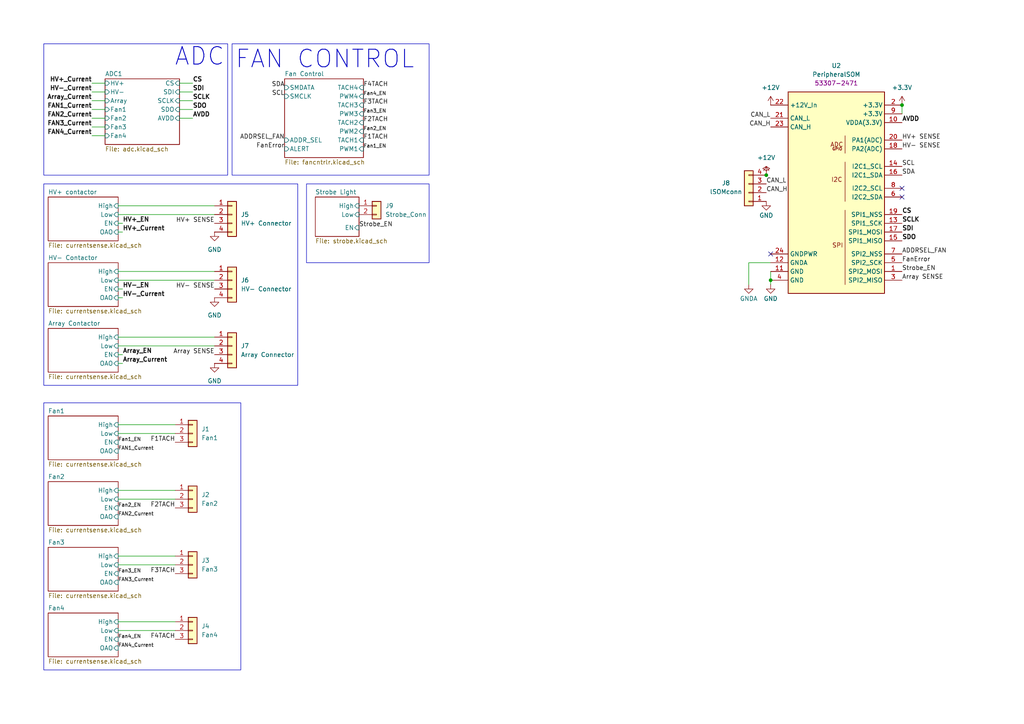
<source format=kicad_sch>
(kicad_sch (version 20231120) (generator "eeschema") (generator_version "8.0")
  (paper "A4")
  (lib_symbols
    (symbol "Connector_Generic:Conn_01x02" (pin_names (offset 1.016) hide)
      (property "Reference" "J" (at 0 2.54 0))
      (property "Value" "Conn_01x02" (at 0 -5.08 0))
      (symbol "Conn_01x02_1_1"
        (rectangle (start -1.27 -2.413) (end 0 -2.667) (stroke (width 0.1524)))
        (rectangle (start -1.27 0.127) (end 0 -0.127) (stroke (width 0.1524)))
        (rectangle (start -1.27 1.27) (end 1.27 -3.81) (stroke (width 0.254)) (fill (type background)))
        (pin passive line (at -5.08 0 0) (length 3.81) (name "Pin_1") (number "1"))
        (pin passive line (at -5.08 -2.54 0) (length 3.81) (name "Pin_2") (number "2"))
      )
    )
    (symbol "Connector_Generic:Conn_01x03" (pin_names (offset 1.016) hide)
      (property "Reference" "J" (at 0 5.08 0))
      (property "Value" "Conn_01x03" (at 0 -5.08 0))
      (symbol "Conn_01x03_1_1"
        (rectangle (start -1.27 -2.413) (end 0 -2.667) (stroke (width 0.1524)))
        (rectangle (start -1.27 0.127) (end 0 -0.127) (stroke (width 0.1524)))
        (rectangle (start -1.27 2.667) (end 0 2.413) (stroke (width 0.1524)))
        (rectangle (start -1.27 3.81) (end 1.27 -3.81) (stroke (width 0.254)) (fill (type background)))
        (pin passive line (at -5.08 2.54 0) (length 3.81) (name "Pin_1") (number "1"))
        (pin passive line (at -5.08 0 0) (length 3.81) (name "Pin_2") (number "2"))
        (pin passive line (at -5.08 -2.54 0) (length 3.81) (name "Pin_3") (number "3"))
      )
    )
    (symbol "Connector_Generic:Conn_01x04" (pin_names (offset 1.016) hide)
      (property "Reference" "J" (at 0 5.08 0))
      (property "Value" "Conn_01x04" (at 0 -7.62 0))
      (symbol "Conn_01x04_1_1"
        (rectangle (start -1.27 -4.953) (end 0 -5.207) (stroke (width 0.1524)))
        (rectangle (start -1.27 -2.413) (end 0 -2.667) (stroke (width 0.1524)))
        (rectangle (start -1.27 0.127) (end 0 -0.127) (stroke (width 0.1524)))
        (rectangle (start -1.27 2.667) (end 0 2.413) (stroke (width 0.1524)))
        (rectangle (start -1.27 3.81) (end 1.27 -6.35) (stroke (width 0.254)) (fill (type background)))
        (pin passive line (at -5.08 2.54 0) (length 3.81) (name "Pin_1") (number "1"))
        (pin passive line (at -5.08 0 0) (length 3.81) (name "Pin_2") (number "2"))
        (pin passive line (at -5.08 -2.54 0) (length 3.81) (name "Pin_3") (number "3"))
        (pin passive line (at -5.08 -5.08 0) (length 3.81) (name "Pin_4") (number "4"))
      )
    )
    (symbol "power:+12V" (power) (pin_numbers hide) (pin_names (offset 0) hide)
      (property "Value" "+12V" (at 0 3.556 0))
      (symbol "+12V_0_1"
        (polyline (pts (xy -0.762 1.27) (xy 0 2.54)))
        (polyline (pts (xy 0 0) (xy 0 2.54)))
        (polyline (pts (xy 0 2.54) (xy 0.762 1.27)))
      )
      (symbol "+12V_1_1"
        (pin power_in line (at 0 0 90) (length 0) (name "~") (number "1"))
      )
    )
    (symbol "power:+3.3V" (power) (pin_numbers hide) (pin_names (offset 0) hide)
      (property "Value" "+3.3V" (at 0 3.556 0))
      (symbol "+3.3V_0_1"
        (polyline (pts (xy -0.762 1.27) (xy 0 2.54)))
        (polyline (pts (xy 0 0) (xy 0 2.54)))
        (polyline (pts (xy 0 2.54) (xy 0.762 1.27)))
      )
      (symbol "+3.3V_1_1"
        (pin power_in line (at 0 0 90) (length 0) (name "~") (number "1"))
      )
    )
    (symbol "power:GND" (power) (pin_numbers hide) (pin_names (offset 0) hide)
      (property "Value" "GND" (at 0 -3.81 0))
      (symbol "GND_0_1"
        (polyline (pts (xy 0 0) (xy 0 -1.27) (xy 1.27 -1.27) (xy 0 -2.54) (xy -1.27 -1.27) (xy 0 -1.27)))
      )
      (symbol "GND_1_1"
        (pin power_in line (at 0 0 270) (length 0) (name "~") (number "1"))
      )
    )
    (symbol "power:GNDA" (power) (pin_numbers hide) (pin_names (offset 0) hide)
      (property "Value" "GNDA" (at 0 -3.81 0))
      (symbol "GNDA_0_1"
        (polyline (pts (xy 0 0) (xy 0 -1.27) (xy 1.27 -1.27) (xy 0 -2.54) (xy -1.27 -1.27) (xy 0 -1.27)))
      )
      (symbol "GNDA_1_1"
        (pin power_in line (at 0 0 270) (length 0) (name "~") (number "1"))
      )
    )
    (symbol "power:PWR_FLAG" (power) (pin_numbers hide) (pin_names (offset 0) hide)
      (property "Value" "PWR_FLAG" (at 0 3.81 0))
      (symbol "PWR_FLAG_0_0"
        (pin power_out line (at 0 0 90) (length 0) (name "~") (number "1"))
      )
      (symbol "PWR_FLAG_0_1"
        (polyline (pts (xy 0 0) (xy 0 1.27) (xy -1.016 1.905) (xy 0 2.54) (xy 1.016 1.905) (xy 0 1.27)))
      )
    )
    (symbol "utsvt-misc:PeripheralSOM"
      (property "Reference" "U" (at -13.716 30.48 0))
      (property "Value" "PeripheralSOM" (at 7.112 30.48 0))
      (property "P/N" "53307-2471" (at 0 0 0))
      (symbol "PeripheralSOM_1_1"
        (rectangle (start -13.97 29.21) (end 13.97 -29.21) (stroke (width 0.254)) (fill (type background)))
        (polyline (pts (xy 2.54 -5.08) (xy 2.54 -26.67)))
        (polyline (pts (xy 2.54 8.89) (xy 2.54 -2.54)))
        (polyline (pts (xy 2.54 16.51) (xy 2.54 11.43)))
        (text "ADC" (at 2.032 13.97 0) (effects (font (size 1.27 1.27)) (justify right)))
        (text "GPIO" (at 1.778 12.7 0) (effects (font (size 0.8 0.8)) (justify right)))
        (text "I2C" (at 1.778 3.81 0) (effects (font (size 1.27 1.27)) (justify right)))
        (text "SPI" (at 2.032 -15.24 0) (effects (font (size 1.27 1.27)) (justify right)))
        (pin passive line (at 19.05 -22.86 180) (length 5.08) (name "SPI2_MOSI") (number "1"))
        (pin passive line (at 19.05 20.32 180) (length 5.08) (name "VDDA(3.3V)") (number "10"))
        (pin output line (at -19.05 -22.86 0) (length 5.08) (name "GND") (number "11"))
        (pin output line (at -19.05 -20.32 0) (length 5.08) (name "GNDA") (number "12"))
        (pin passive line (at 19.05 -8.89 180) (length 5.08) (name "SPI1_SCK") (number "13"))
        (pin passive line (at 19.05 7.62 180) (length 5.08) (name "I2C1_SCL") (number "14"))
        (pin passive line (at 19.05 -13.97 180) (length 5.08) (name "SPI1_MISO") (number "15"))
        (pin passive line (at 19.05 5.08 180) (length 5.08) (name "I2C1_SDA") (number "16"))
        (pin passive line (at 19.05 -11.43 180) (length 5.08) (name "SPI1_MOSI") (number "17"))
        (pin passive line (at 19.05 12.7 180) (length 5.08) (name "PA2(ADC)") (number "18"))
        (pin passive line (at 19.05 -6.35 180) (length 5.08) (name "SPI1_NSS") (number "19"))
        (pin passive line (at 19.05 25.4 180) (length 5.08) (name "+3.3V") (number "2"))
        (pin passive line (at 19.05 15.24 180) (length 5.08) (name "PA1(ADC)") (number "20"))
        (pin passive line (at -19.05 21.59 0) (length 5.08) (name "CAN_L") (number "21"))
        (pin input line (at -19.05 25.4 0) (length 5.08) (name "+12V_In") (number "22"))
        (pin passive line (at -19.05 19.05 0) (length 5.08) (name "CAN_H") (number "23"))
        (pin passive line (at -19.05 -17.78 0) (length 5.08) (name "GNDPWR") (number "24"))
        (pin passive line (at 19.05 -25.4 180) (length 5.08) (name "SPI2_MISO") (number "3"))
        (pin output line (at -19.05 -25.4 0) (length 5.08) (name "GND") (number "4"))
        (pin passive line (at 19.05 -20.32 180) (length 5.08) (name "SPI2_SCK") (number "5"))
        (pin passive line (at 19.05 -1.27 180) (length 5.08) (name "I2C2_SDA") (number "6"))
        (pin passive line (at 19.05 -17.78 180) (length 5.08) (name "SPI2_NSS") (number "7"))
        (pin passive line (at 19.05 1.27 180) (length 5.08) (name "I2C2_SCL") (number "8"))
        (pin output line (at 19.05 22.86 180) (length 5.08) (name "+3.3V") (number "9"))
      )
    )
  )
  (junction (at 261.62 30.48))
  (junction (at 223.52 81.28))
  (junction (at 222.25 50.8))
  (no_connect (at 223.52 73.66))
  (no_connect (at 261.62 57.15))
  (no_connect (at 261.62 54.61))
  (wire (pts (xy 55.88 29.21) (xy 52.07 29.21)))
  (wire (pts (xy 34.29 161.29) (xy 50.8 161.29)))
  (wire (pts (xy 217.17 82.55) (xy 217.17 76.2)))
  (wire (pts (xy 26.67 29.21) (xy 30.48 29.21)))
  (wire (pts (xy 55.88 31.75) (xy 52.07 31.75)))
  (wire (pts (xy 34.29 62.23) (xy 62.23 62.23)))
  (wire (pts (xy 34.29 182.88) (xy 50.8 182.88)))
  (wire (pts (xy 26.67 31.75) (xy 30.48 31.75)))
  (wire (pts (xy 34.29 78.74) (xy 62.23 78.74)))
  (wire (pts (xy 34.29 100.33) (xy 62.23 100.33)))
  (wire (pts (xy 26.67 36.83) (xy 30.48 36.83)))
  (wire (pts (xy 35.56 102.87) (xy 34.29 102.87)))
  (wire (pts (xy 34.29 142.24) (xy 50.8 142.24)))
  (wire (pts (xy 34.29 125.73) (xy 50.8 125.73)))
  (wire (pts (xy 35.56 105.41) (xy 34.29 105.41)))
  (wire (pts (xy 26.67 34.29) (xy 30.48 34.29)))
  (wire (pts (xy 26.67 24.13) (xy 30.48 24.13)))
  (wire (pts (xy 35.56 67.31) (xy 34.29 67.31)))
  (wire (pts (xy 223.52 82.55) (xy 223.52 81.28)))
  (wire (pts (xy 34.29 163.83) (xy 50.8 163.83)))
  (wire (pts (xy 26.67 39.37) (xy 30.48 39.37)))
  (wire (pts (xy 55.88 34.29) (xy 52.07 34.29)))
  (wire (pts (xy 35.56 64.77) (xy 34.29 64.77)))
  (wire (pts (xy 35.56 86.36) (xy 34.29 86.36)))
  (wire (pts (xy 34.29 59.69) (xy 62.23 59.69)))
  (wire (pts (xy 55.88 26.67) (xy 52.07 26.67)))
  (wire (pts (xy 223.52 78.74) (xy 223.52 81.28)))
  (wire (pts (xy 26.67 26.67) (xy 30.48 26.67)))
  (wire (pts (xy 217.17 76.2) (xy 223.52 76.2)))
  (wire (pts (xy 55.88 24.13) (xy 52.07 24.13)))
  (wire (pts (xy 261.62 30.48) (xy 261.62 33.02)))
  (wire (pts (xy 34.29 180.34) (xy 50.8 180.34)))
  (wire (pts (xy 34.29 123.19) (xy 50.8 123.19)))
  (wire (pts (xy 34.29 97.79) (xy 62.23 97.79)))
  (wire (pts (xy 34.29 81.28) (xy 62.23 81.28)))
  (wire (pts (xy 35.56 83.82) (xy 34.29 83.82)))
  (wire (pts (xy 34.29 144.78) (xy 50.8 144.78)))
  (rectangle (start 67.31 12.7) (end 124.46 50.8))
  (rectangle (start 12.7 53.34) (end 86.36 111.76))
  (rectangle (start 12.7 12.7) (end 66.04 50.8))
  (rectangle (start 12.7 116.84) (end 69.85 194.31))
  (rectangle (start 88.9 53.34) (end 124.46 76.2))
  (text "FAN CONTROL\n" (at 94.234 17.272 0) (effects (font (size 5.08 5.08) (thickness 0.254) (bold yes))))
  (text "ADC\n" (at 57.912 16.51 0) (effects (font (size 5.08 5.08) (thickness 0.254) (bold yes))))
  (label "SDO" (at 261.62 69.85 0) (effects (font (thickness 0.254) (bold yes))))
  (label "CS" (at 55.88 24.13 0) (effects (font (thickness 0.254) (bold yes))))
  (label "SDA" (at 261.62 50.8 0))
  (label "F2TACH" (at 105.41 35.56 0))
  (label "CAN_L" (at 223.52 34.29 180))
  (label "HV+_Current" (at 26.67 24.13 180) (effects (font (thickness 0.254) (bold yes))))
  (label "Fan2_EN" (at 34.29 147.32 0) (effects (font (size 1.016 1.016) (thickness 0.1588))))
  (label "ADDRSEL_FAN" (at 82.55 40.64 180))
  (label "FAN3_Current" (at 26.67 36.83 180) (effects (font (thickness 0.254) (bold yes))))
  (label "Fan1_EN" (at 105.41 43.18 0) (effects (font (size 1.016 1.016) (thickness 0.1588))))
  (label "Fan4_EN" (at 34.29 185.42 0) (effects (font (size 1.016 1.016) (thickness 0.1588))))
  (label "Fan3_EN" (at 105.41 33.02 0) (effects (font (size 1.016 1.016) (thickness 0.1588))))
  (label "Array_Current" (at 26.67 29.21 180) (effects (font (thickness 0.254) (bold yes))))
  (label "FAN3_Current" (at 34.29 168.91 0) (effects (font (size 1.016 1.016) (thickness 0.1588))))
  (label "F4TACH" (at 105.41 25.4 0))
  (label "FAN4_Current" (at 26.67 39.37 180) (effects (font (thickness 0.254) (bold yes))))
  (label "F2TACH" (at 50.8 147.32 180))
  (label "CAN_L" (at 222.25 53.34 0))
  (label "SCL" (at 82.55 27.94 180))
  (label "Fan2_EN" (at 105.41 38.1 0) (effects (font (size 1.016 1.016) (thickness 0.1588))))
  (label "AVDD" (at 55.88 34.29 0) (effects (font (thickness 0.254) (bold yes))))
  (label "HV- SENSE" (at 62.23 83.82 180))
  (label "HV-_EN" (at 35.56 83.82 0) (effects (font (thickness 0.254) (bold yes))))
  (label "FAN2_Current" (at 26.67 34.29 180) (effects (font (thickness 0.254) (bold yes))))
  (label "SDI" (at 261.62 67.31 0) (effects (font (thickness 0.254) (bold yes))))
  (label "Array_Current" (at 35.56 105.41 0) (effects (font (thickness 0.254) (bold yes))))
  (label "CS" (at 261.62 62.23 0) (effects (font (thickness 0.254) (bold yes))))
  (label "FAN1_Current" (at 34.29 130.81 0) (effects (font (size 1.016 1.016) (thickness 0.1588))))
  (label "FAN4_Current" (at 34.29 187.96 0) (effects (font (size 1.016 1.016) (thickness 0.1588))))
  (label "Array SENSE" (at 261.62 81.28 0))
  (label "CAN_H" (at 223.52 36.83 180))
  (label "FanError" (at 82.55 43.18 180))
  (label "HV+_EN" (at 35.56 64.77 0) (effects (font (thickness 0.254) (bold yes))))
  (label "HV-_Current" (at 26.67 26.67 180) (effects (font (thickness 0.254) (bold yes))))
  (label "FAN1_Current" (at 26.67 31.75 180) (effects (font (thickness 0.254) (bold yes))))
  (label "F3TACH" (at 50.8 166.37 180))
  (label "HV- SENSE" (at 261.62 43.18 0))
  (label "SDO" (at 55.88 31.75 0) (effects (font (thickness 0.254) (bold yes))))
  (label "Strobe_EN" (at 104.14 66.04 0))
  (label "Array SENSE" (at 62.23 102.87 180))
  (label "HV-_Current" (at 35.56 86.36 0) (effects (font (thickness 0.254) (bold yes))))
  (label "ADDRSEL_FAN" (at 261.62 73.66 0))
  (label "Fan3_EN" (at 34.29 166.37 0) (effects (font (size 1.016 1.016) (thickness 0.1588))))
  (label "FanError" (at 261.62 76.2 0))
  (label "Strobe_EN" (at 261.62 78.74 0))
  (label "F1TACH" (at 50.8 128.27 180))
  (label "Fan4_EN" (at 105.41 27.94 0) (effects (font (size 1.016 1.016) (thickness 0.1588))))
  (label "F1TACH" (at 105.41 40.64 0))
  (label "SCL" (at 261.62 48.26 0))
  (label "HV+_Current" (at 35.56 67.31 0) (effects (font (thickness 0.254) (bold yes))))
  (label "Array_EN" (at 35.56 102.87 0) (effects (font (thickness 0.254) (bold yes))))
  (label "AVDD" (at 261.62 35.56 0) (effects (font (thickness 0.254) (bold yes))))
  (label "HV+ SENSE" (at 62.23 64.77 180))
  (label "FAN2_Current" (at 34.29 149.86 0) (effects (font (size 1.016 1.016) (thickness 0.1588))))
  (label "HV+ SENSE" (at 261.62 40.64 0))
  (label "SCLK" (at 261.62 64.77 0) (effects (font (thickness 0.254) (bold yes))))
  (label "CAN_H" (at 222.25 55.88 0))
  (label "Fan1_EN" (at 34.29 128.27 0) (effects (font (size 1.016 1.016) (thickness 0.1588))))
  (label "F4TACH" (at 50.8 185.42 180))
  (label "SDI" (at 55.88 26.67 0) (effects (font (thickness 0.254) (bold yes))))
  (label "SDA" (at 82.55 25.4 180))
  (label "F3TACH" (at 105.41 30.48 0))
  (label "SCLK" (at 55.88 29.21 0) (effects (font (thickness 0.254) (bold yes))))
  (symbol (lib_id "power:GND") (at 62.23 105.41 0) (unit 1)
    (property "Reference" "#PWR03" (effects (hide yes)))
    (property "Value" "GND" (at 62.23 110.49 0))
    (property "Description" "Power symbol creates a global label with name \"GND\" , ground" (effects (hide yes)))
  )
  (symbol (lib_id "Connector_Generic:Conn_01x04") (at 67.31 81.28 0) (unit 1)
    (property "Reference" "J6" (at 69.85 81.2799 0) (effects (justify left)))
    (property "Value" "HV- Connector" (at 69.85 83.8199 0) (effects (justify left)))
    (property "Footprint" "Connector_Molex:Molex_Micro-Fit_3.0_43650-0415_1x04_P3.00mm_Vertical" (effects (hide yes)))
    (property "Description" "Generic connector, single row, 01x04, script generated (kicad-library-utils/schlib/autogen/connector/)" (effects (hide yes)))
  )
  (symbol (lib_id "Connector_Generic:Conn_01x03") (at 55.88 125.73 0) (unit 1)
    (property "Reference" "J1" (at 58.42 124.4599 0) (effects (justify left)))
    (property "Value" "Fan1" (at 58.42 126.9999 0) (effects (justify left)))
    (property "Footprint" "Connector_Molex:Molex_Micro-Fit_3.0_43650-0315_1x03_P3.00mm_Vertical" (effects (hide yes)))
    (property "Description" "Generic connector, single row, 01x03, script generated (kicad-library-utils/schlib/autogen/connector/)" (effects (hide yes)))
  )
  (symbol (lib_id "power:GND") (at 62.23 86.36 0) (unit 1)
    (property "Reference" "#PWR02" (effects (hide yes)))
    (property "Value" "GND" (at 62.23 91.44 0))
    (property "Description" "Power symbol creates a global label with name \"GND\" , ground" (effects (hide yes)))
  )
  (symbol (lib_id "Connector_Generic:Conn_01x02") (at 109.22 59.69 0) (unit 1)
    (property "Reference" "J9" (at 111.76 59.6899 0) (effects (justify left)))
    (property "Value" "Strobe_Conn" (at 111.76 62.2299 0) (effects (justify left)))
    (property "Footprint" "Connector_Molex:Molex_Micro-Fit_3.0_43650-0215_1x02_P3.00mm_Vertical" (effects (hide yes)))
    (property "Description" "Generic connector, single row, 01x02, script generated (kicad-library-utils/schlib/autogen/connector/)" (effects (hide yes)))
  )
  (symbol (lib_id "power:GNDA") (at 217.17 82.55 0) (unit 1)
    (property "Reference" "#PWR05" (effects (hide yes)))
    (property "Value" "GNDA" (at 217.17 86.614 0))
    (property "Description" "Power symbol creates a global label with name \"GNDA\" , analog ground" (effects (hide yes)))
  )
  (symbol (lib_id "Connector_Generic:Conn_01x04") (at 67.31 62.23 0) (unit 1)
    (property "Reference" "J5" (at 69.85 62.2299 0) (effects (justify left)))
    (property "Value" "HV+ Connector" (at 69.85 64.7699 0) (effects (justify left)))
    (property "Footprint" "Connector_Molex:Molex_Micro-Fit_3.0_43650-0415_1x04_P3.00mm_Vertical" (effects (hide yes)))
    (property "Description" "Generic connector, single row, 01x04, script generated (kicad-library-utils/schlib/autogen/connector/)" (effects (hide yes)))
  )
  (symbol (lib_id "power:+3.3V") (at 261.62 30.48 0) (unit 1)
    (property "Reference" "#PWR010" (effects (hide yes)))
    (property "Value" "+3.3V" (at 261.62 25.4 0))
    (property "Description" "Power symbol creates a global label with name \"+3.3V\"" (effects (hide yes)))
  )
  (symbol (lib_id "Connector_Generic:Conn_01x04") (at 67.31 100.33 0) (unit 1)
    (property "Reference" "J7" (at 69.85 100.3299 0) (effects (justify left)))
    (property "Value" "Array Connector" (at 69.85 102.8699 0) (effects (justify left)))
    (property "Footprint" "Connector_Molex:Molex_Micro-Fit_3.0_43650-0415_1x04_P3.00mm_Vertical" (effects (hide yes)))
    (property "Description" "Generic connector, single row, 01x04, script generated (kicad-library-utils/schlib/autogen/connector/)" (effects (hide yes)))
  )
  (symbol (lib_id "power:GND") (at 223.52 82.55 0) (unit 1)
    (property "Reference" "#PWR09" (effects (hide yes)))
    (property "Value" "GND" (at 223.52 86.614 0))
    (property "Description" "Power symbol creates a global label with name \"GND\" , ground" (effects (hide yes)))
  )
  (symbol (lib_id "utsvt-misc:PeripheralSOM") (at 242.57 55.88 0) (unit 1)
    (property "Reference" "U2" (at 242.57 19.05 0))
    (property "Value" "PeripheralSOM" (at 242.57 21.59 0))
    (property "Footprint" "UTSVT_Special:PeripheralSOM" (effects (hide yes)))
    (property "Datasheet" "https://tools.molex.com/pdm_docs/sd/533072071_sd.pdf" (effects (hide yes)))
    (property "P/N" "53307-2471" (at 242.57 24.13 0))
    (property "Height" "3.85" (effects (hide yes)))
  )
  (symbol (lib_id "power:+12V") (at 223.52 30.48 0) (unit 1)
    (property "Reference" "#PWR08" (effects (hide yes)))
    (property "Value" "+12V" (at 223.52 25.4 0))
    (property "Description" "Power symbol creates a global label with name \"+12V\"" (effects (hide yes)))
  )
  (symbol (lib_id "power:GND") (at 62.23 67.31 0) (unit 1)
    (property "Reference" "#PWR01" (effects (hide yes)))
    (property "Value" "GND" (at 62.23 72.39 0))
    (property "Description" "Power symbol creates a global label with name \"GND\" , ground" (effects (hide yes)))
  )
  (symbol (lib_id "Connector_Generic:Conn_01x03") (at 55.88 144.78 0) (unit 1)
    (property "Reference" "J2" (at 58.42 143.5099 0) (effects (justify left)))
    (property "Value" "Fan2" (at 58.42 146.0499 0) (effects (justify left)))
    (property "Footprint" "Connector_Molex:Molex_Micro-Fit_3.0_43650-0315_1x03_P3.00mm_Vertical" (effects (hide yes)))
    (property "Description" "Generic connector, single row, 01x03, script generated (kicad-library-utils/schlib/autogen/connector/)" (effects (hide yes)))
  )
  (symbol (lib_id "Connector_Generic:Conn_01x04") (at 217.17 55.88 180) (unit 1)
    (property "Reference" "J8" (at 210.566 53.086 0))
    (property "Value" "lSOMconn" (at 210.566 55.626 0))
    (property "Footprint" "Connector_Molex:Molex_Micro-Fit_3.0_43650-0415_1x04_P3.00mm_Vertical" (effects (hide yes)))
    (property "Description" "Generic connector, single row, 01x04, script generated (kicad-library-utils/schlib/autogen/connector/)" (effects (hide yes)))
  )
  (symbol (lib_id "Connector_Generic:Conn_01x03") (at 55.88 182.88 0) (unit 1)
    (property "Reference" "J4" (at 58.42 181.6099 0) (effects (justify left)))
    (property "Value" "Fan4" (at 58.42 184.1499 0) (effects (justify left)))
    (property "Footprint" "Connector_Molex:Molex_Micro-Fit_3.0_43650-0315_1x03_P3.00mm_Vertical" (effects (hide yes)))
    (property "Description" "Generic connector, single row, 01x03, script generated (kicad-library-utils/schlib/autogen/connector/)" (effects (hide yes)))
  )
  (symbol (lib_id "power:+12V") (at 222.25 50.8 0) (unit 1)
    (property "Reference" "#PWR06" (effects (hide yes)))
    (property "Value" "+12V" (at 222.25 45.72 0))
    (property "Description" "Power symbol creates a global label with name \"+12V\"" (effects (hide yes)))
  )
  (symbol (lib_id "power:GND") (at 222.25 58.42 0) (unit 1)
    (property "Reference" "#PWR07" (effects (hide yes)))
    (property "Value" "GND" (at 222.25 62.484 0))
    (property "Description" "Power symbol creates a global label with name \"GND\" , ground" (effects (hide yes)))
  )
  (symbol (lib_id "power:PWR_FLAG") (at 222.25 50.8 0) (unit 1)
    (property "Reference" "#FLG01" (effects (hide yes)))
    (property "Value" "PWR_FLAG" (effects (hide yes)))
    (property "Description" "Special symbol for telling ERC where power comes from" (effects (hide yes)))
  )
  (symbol (lib_id "Connector_Generic:Conn_01x03") (at 55.88 163.83 0) (unit 1)
    (property "Reference" "J3" (at 58.42 162.5599 0) (effects (justify left)))
    (property "Value" "Fan3" (at 58.42 165.0999 0) (effects (justify left)))
    (property "Footprint" "Connector_Molex:Molex_Micro-Fit_3.0_43650-0315_1x03_P3.00mm_Vertical" (effects (hide yes)))
    (property "Description" "Generic connector, single row, 01x03, script generated (kicad-library-utils/schlib/autogen/connector/)" (effects (hide yes)))
  )
  (sheet (at 13.97 120.65) (size 20.32 12.7) (stroke (width 0.1524))
    (property "Sheetname" "Fan1" (at 13.97 119.9384 0) (effects (justify left bottom)))
    (property "Sheetfile" "currentsense.kicad_sch" (at 13.97 133.9346 0) (effects (justify left top)))
    (pin "EN" input (at 34.29 128.27 0))
    (pin "OAO" input (at 34.29 130.81 0))
    (pin "High" input (at 34.29 123.19 0))
    (pin "Low" input (at 34.29 125.73 0))
  )
  (sheet (at 13.97 139.7) (size 20.32 12.7) (stroke (width 0.1524))
    (property "Sheetname" "Fan2" (at 13.97 138.9884 0) (effects (justify left bottom)))
    (property "Sheetfile" "currentsense.kicad_sch" (at 13.97 152.9846 0) (effects (justify left top)))
    (pin "EN" input (at 34.29 147.32 0))
    (pin "OAO" input (at 34.29 149.86 0))
    (pin "High" input (at 34.29 142.24 0))
    (pin "Low" input (at 34.29 144.78 0))
  )
  (sheet (at 91.44 57.15) (size 12.7 11.43) (stroke (width 0.1524))
    (property "Sheetname" "Strobe Light" (at 91.44 56.4384 0) (effects (justify left bottom)))
    (property "Sheetfile" "strobe.kicad_sch" (at 91.44 69.1646 0) (effects (justify left top)))
    (pin "High" input (at 104.14 59.69 0))
    (pin "Low" input (at 104.14 62.23 0))
    (pin "EN" input (at 104.14 66.04 0))
  )
  (sheet (at 13.97 76.2) (size 20.32 12.7) (stroke (width 0.1524))
    (property "Sheetname" "HV- Contactor" (at 13.97 75.4884 0) (effects (justify left bottom)))
    (property "Sheetfile" "currentsense.kicad_sch" (at 13.97 89.4846 0) (effects (justify left top)))
    (pin "EN" input (at 34.29 83.82 0))
    (pin "OAO" input (at 34.29 86.36 0))
    (pin "High" input (at 34.29 78.74 0))
    (pin "Low" input (at 34.29 81.28 0))
  )
  (sheet (at 82.55 22.86) (size 22.86 22.86) (stroke (width 0.1524))
    (property "Sheetname" "Fan Control" (at 82.55 22.1484 0) (effects (justify left bottom)))
    (property "Sheetfile" "fancntrlr.kicad_sch" (at 82.55 46.3046 0) (effects (justify left top)))
    (pin "TACH3" input (at 105.41 30.48 0))
    (pin "PWM3" input (at 105.41 33.02 0))
    (pin "ALERT" input (at 82.55 43.18 180))
    (pin "PWM4" input (at 105.41 27.94 0))
    (pin "TACH4" input (at 105.41 25.4 0))
    (pin "TACH1" input (at 105.41 40.64 0))
    (pin "TACH2" input (at 105.41 35.56 0))
    (pin "PWM2" input (at 105.41 38.1 0))
    (pin "PWM1" input (at 105.41 43.18 0))
    (pin "SMDATA" input (at 82.55 25.4 180))
    (pin "SMCLK" input (at 82.55 27.94 180))
    (pin "ADDR_SEL" input (at 82.55 40.64 180))
  )
  (sheet (at 13.97 177.8) (size 20.32 12.7) (stroke (width 0.1524))
    (property "Sheetname" "Fan4" (at 13.97 177.0884 0) (effects (justify left bottom)))
    (property "Sheetfile" "currentsense.kicad_sch" (at 13.97 191.0846 0) (effects (justify left top)))
    (pin "EN" input (at 34.29 185.42 0))
    (pin "OAO" input (at 34.29 187.96 0))
    (pin "High" input (at 34.29 180.34 0))
    (pin "Low" input (at 34.29 182.88 0))
  )
  (sheet (at 13.97 95.25) (size 20.32 12.7) (stroke (width 0.1524))
    (property "Sheetname" "Array Contactor" (at 13.97 94.5384 0) (effects (justify left bottom)))
    (property "Sheetfile" "currentsense.kicad_sch" (at 13.97 108.5346 0) (effects (justify left top)))
    (pin "EN" input (at 34.29 102.87 0))
    (pin "OAO" input (at 34.29 105.41 0))
    (pin "High" input (at 34.29 97.79 0))
    (pin "Low" input (at 34.29 100.33 0))
  )
  (sheet (at 13.97 57.15) (size 20.32 12.7) (stroke (width 0.1524))
    (property "Sheetname" "HV+ contactor" (at 13.97 56.4384 0) (effects (justify left bottom)))
    (property "Sheetfile" "currentsense.kicad_sch" (at 13.97 70.4346 0) (effects (justify left top)))
    (pin "EN" input (at 34.29 64.77 0))
    (pin "OAO" input (at 34.29 67.31 0))
    (pin "High" input (at 34.29 59.69 0))
    (pin "Low" input (at 34.29 62.23 0))
  )
  (sheet (at 13.97 158.75) (size 20.32 12.7) (stroke (width 0.1524))
    (property "Sheetname" "Fan3" (at 13.97 158.0384 0) (effects (justify left bottom)))
    (property "Sheetfile" "currentsense.kicad_sch" (at 13.97 172.0346 0) (effects (justify left top)))
    (pin "EN" input (at 34.29 166.37 0))
    (pin "OAO" input (at 34.29 168.91 0))
    (pin "High" input (at 34.29 161.29 0))
    (pin "Low" input (at 34.29 163.83 0))
  )
  (sheet (at 30.48 22.86) (size 21.59 19.05) (stroke (width 0.1524))
    (property "Sheetname" "ADC1" (at 30.48 22.1484 0) (effects (justify left bottom)))
    (property "Sheetfile" "adc.kicad_sch" (at 30.48 42.4946 0) (effects (justify left top)))
    (pin "HV+" input (at 30.48 24.13 180))
    (pin "HV-" input (at 30.48 26.67 180))
    (pin "Array" input (at 30.48 29.21 180))
    (pin "Fan1" input (at 30.48 31.75 180))
    (pin "Fan2" input (at 30.48 34.29 180))
    (pin "Fan3" input (at 30.48 36.83 180))
    (pin "Fan4" input (at 30.48 39.37 180))
    (pin "CS" input (at 52.07 24.13 0))
    (pin "SDI" input (at 52.07 26.67 0))
    (pin "SCLK" input (at 52.07 29.21 0))
    (pin "SDO" input (at 52.07 31.75 0))
    (pin "AVDD" input (at 52.07 34.29 0))
  )
)
</source>
